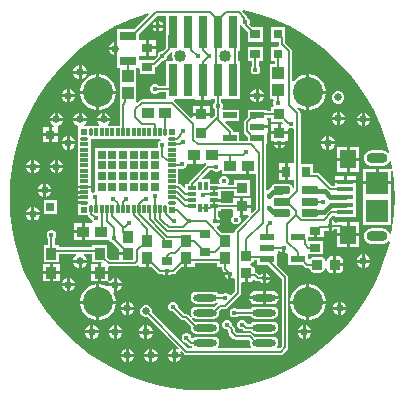
<source format=gtl>
G04*
G04 #@! TF.GenerationSoftware,Altium Limited,Altium Designer,23.3.1 (30)*
G04*
G04 Layer_Physical_Order=1*
G04 Layer_Color=255*
%FSLAX44Y44*%
%MOMM*%
G71*
G04*
G04 #@! TF.SameCoordinates,610A2BD2-EBF3-4158-A638-8146B1F39EFF*
G04*
G04*
G04 #@! TF.FilePolarity,Positive*
G04*
G01*
G75*
%ADD15C,0.1270*%
%ADD18R,0.7500X0.7500*%
G04:AMPARAMS|DCode=19|XSize=0.65mm|YSize=0.3mm|CornerRadius=0.075mm|HoleSize=0mm|Usage=FLASHONLY|Rotation=0.000|XOffset=0mm|YOffset=0mm|HoleType=Round|Shape=RoundedRectangle|*
%AMROUNDEDRECTD19*
21,1,0.6500,0.1500,0,0,0.0*
21,1,0.5000,0.3000,0,0,0.0*
1,1,0.1500,0.2500,-0.0750*
1,1,0.1500,-0.2500,-0.0750*
1,1,0.1500,-0.2500,0.0750*
1,1,0.1500,0.2500,0.0750*
%
%ADD19ROUNDEDRECTD19*%
%ADD20R,0.6500X0.3000*%
%ADD21R,0.5750X0.5750*%
G04:AMPARAMS|DCode=22|XSize=0.65mm|YSize=0.3mm|CornerRadius=0.075mm|HoleSize=0mm|Usage=FLASHONLY|Rotation=90.000|XOffset=0mm|YOffset=0mm|HoleType=Round|Shape=RoundedRectangle|*
%AMROUNDEDRECTD22*
21,1,0.6500,0.1500,0,0,90.0*
21,1,0.5000,0.3000,0,0,90.0*
1,1,0.1500,0.0750,0.2500*
1,1,0.1500,0.0750,-0.2500*
1,1,0.1500,-0.0750,-0.2500*
1,1,0.1500,-0.0750,0.2500*
%
%ADD22ROUNDEDRECTD22*%
%ADD23R,0.3000X0.6500*%
%ADD24R,0.7400X2.7900*%
%ADD25O,2.0000X0.6000*%
%ADD26R,0.9300X0.7900*%
%ADD27R,1.0200X1.0400*%
%ADD28R,1.4478X0.7620*%
%ADD29R,0.8000X0.8000*%
%ADD30R,0.9000X0.6500*%
%ADD31R,1.0400X0.9700*%
G04:AMPARAMS|DCode=32|XSize=0.93mm|YSize=0.93mm|CornerRadius=0.2325mm|HoleSize=0mm|Usage=FLASHONLY|Rotation=180.000|XOffset=0mm|YOffset=0mm|HoleType=Round|Shape=RoundedRectangle|*
%AMROUNDEDRECTD32*
21,1,0.9300,0.4650,0,0,180.0*
21,1,0.4650,0.9300,0,0,180.0*
1,1,0.4650,-0.2325,0.2325*
1,1,0.4650,0.2325,0.2325*
1,1,0.4650,0.2325,-0.2325*
1,1,0.4650,-0.2325,-0.2325*
%
%ADD32ROUNDEDRECTD32*%
G04:AMPARAMS|DCode=33|XSize=0.93mm|YSize=0.93mm|CornerRadius=0.2325mm|HoleSize=0mm|Usage=FLASHONLY|Rotation=90.000|XOffset=0mm|YOffset=0mm|HoleType=Round|Shape=RoundedRectangle|*
%AMROUNDEDRECTD33*
21,1,0.9300,0.4650,0,0,90.0*
21,1,0.4650,0.9300,0,0,90.0*
1,1,0.4650,0.2325,0.2325*
1,1,0.4650,0.2325,-0.2325*
1,1,0.4650,-0.2325,-0.2325*
1,1,0.4650,-0.2325,0.2325*
%
%ADD33ROUNDEDRECTD33*%
%ADD34R,0.9700X0.9200*%
%ADD35R,1.2600X0.5800*%
%ADD36R,1.2700X0.5588*%
%ADD37R,0.7000X0.3000*%
%ADD38R,0.3000X0.7000*%
%ADD39R,0.9700X1.0400*%
%ADD40R,0.9000X1.0000*%
%ADD41R,1.9000X1.9000*%
%ADD42R,1.4000X1.6000*%
%ADD43R,1.3500X0.4000*%
%ADD44R,0.7900X0.9300*%
G04:AMPARAMS|DCode=45|XSize=1.36mm|YSize=0.6mm|CornerRadius=0.045mm|HoleSize=0mm|Usage=FLASHONLY|Rotation=180.000|XOffset=0mm|YOffset=0mm|HoleType=Round|Shape=RoundedRectangle|*
%AMROUNDEDRECTD45*
21,1,1.3600,0.5100,0,0,180.0*
21,1,1.2700,0.6000,0,0,180.0*
1,1,0.0900,-0.6350,0.2550*
1,1,0.0900,0.6350,0.2550*
1,1,0.0900,0.6350,-0.2550*
1,1,0.0900,-0.6350,-0.2550*
%
%ADD45ROUNDEDRECTD45*%
%ADD78C,0.3810*%
%ADD79C,1.0200*%
%ADD80O,1.8000X0.9000*%
%ADD81C,0.5000*%
%ADD82C,0.4064*%
%ADD83C,0.6350*%
%ADD84C,2.5400*%
G36*
X291432Y411926D02*
X303755Y408451D01*
X315768Y404019D01*
X327396Y398658D01*
X338567Y392402D01*
X349213Y385289D01*
X359268Y377362D01*
X368671Y368671D01*
X377362Y359268D01*
X385289Y349213D01*
X392402Y338567D01*
X398658Y327396D01*
X404019Y315768D01*
X408451Y303755D01*
X411690Y292271D01*
X410602Y291682D01*
X410538Y291674D01*
X409194Y292706D01*
X407605Y293364D01*
X405900Y293588D01*
X396900D01*
X395195Y293364D01*
X393606Y292706D01*
X392241Y291659D01*
X391194Y290294D01*
X390536Y288705D01*
X390312Y287000D01*
X390536Y285295D01*
X391194Y283706D01*
X392241Y282341D01*
X393606Y281294D01*
X395195Y280636D01*
X396900Y280412D01*
X405900D01*
X407605Y280636D01*
X409194Y281294D01*
X410559Y282341D01*
X411606Y283706D01*
X411986Y284623D01*
X413306Y284493D01*
X414424Y278874D01*
X414448Y278673D01*
X413244Y278040D01*
X402670D01*
Y267270D01*
X413440D01*
Y276384D01*
X414710Y276459D01*
X415929Y266159D01*
X416432Y253365D01*
X415929Y240571D01*
X414424Y227856D01*
X413456Y222987D01*
X413133Y222911D01*
X412156Y222965D01*
X411606Y224294D01*
X410559Y225659D01*
X409194Y226706D01*
X407605Y227364D01*
X405900Y227588D01*
X396900D01*
X395195Y227364D01*
X393606Y226706D01*
X392241Y225659D01*
X391194Y224294D01*
X390536Y222705D01*
X390312Y221000D01*
X390536Y219295D01*
X391194Y217706D01*
X392241Y216341D01*
X393606Y215294D01*
X395195Y214636D01*
X396900Y214412D01*
X405900D01*
X407605Y214636D01*
X409194Y215294D01*
X410559Y216341D01*
X410937Y216834D01*
X412125Y216296D01*
X411926Y215298D01*
X408451Y202975D01*
X404019Y190962D01*
X398658Y179334D01*
X392402Y168163D01*
X385289Y157517D01*
X377362Y147462D01*
X368671Y138059D01*
X359268Y129368D01*
X349213Y121441D01*
X338567Y114328D01*
X327396Y108071D01*
X315768Y102711D01*
X303755Y98279D01*
X291432Y94804D01*
X278874Y92306D01*
X266159Y90801D01*
X253365Y90298D01*
X240571Y90801D01*
X227856Y92306D01*
X215298Y94804D01*
X202975Y98279D01*
X190962Y102711D01*
X179334Y108071D01*
X168163Y114328D01*
X157517Y121441D01*
X147462Y129368D01*
X138059Y138059D01*
X129368Y147462D01*
X121441Y157517D01*
X114328Y168163D01*
X108071Y179334D01*
X102711Y190962D01*
X98279Y202975D01*
X94804Y215298D01*
X92306Y227856D01*
X90801Y240571D01*
X90298Y253365D01*
X90801Y266159D01*
X92306Y278874D01*
X94804Y291432D01*
X98279Y303755D01*
X102711Y315768D01*
X108071Y327396D01*
X114328Y338567D01*
X121441Y349213D01*
X129368Y359268D01*
X138059Y368671D01*
X147462Y377362D01*
X157517Y385289D01*
X168163Y392402D01*
X179334Y398658D01*
X190962Y404019D01*
X202975Y408451D01*
X207743Y409795D01*
X208385Y408700D01*
X195925Y396240D01*
X181229D01*
Y385644D01*
X181178Y385610D01*
Y379806D01*
Y374002D01*
X181229Y373968D01*
Y363220D01*
X183368D01*
Y349368D01*
X183368D01*
Y349132D01*
X183368D01*
Y334668D01*
X183368Y334668D01*
X183368D01*
X183657Y333433D01*
X183651Y333398D01*
X183451Y332390D01*
Y314062D01*
X173972D01*
X173491Y315332D01*
X174758Y316600D01*
X175573Y318567D01*
X164254D01*
X165068Y316600D01*
X166336Y315332D01*
X165855Y314062D01*
X160194D01*
X159920Y314116D01*
X158420D01*
X158121Y314057D01*
X153970D01*
X153496Y315327D01*
X154768Y316600D01*
X155583Y318567D01*
X144264D01*
X145079Y316600D01*
X146686Y314992D01*
X147389Y314701D01*
X148393Y314057D01*
X148393Y313015D01*
Y304329D01*
X148334Y304030D01*
Y302530D01*
X148388Y302256D01*
Y295248D01*
Y286248D01*
Y277248D01*
Y266820D01*
X147880D01*
Y264050D01*
X148387D01*
Y263748D01*
X158953D01*
Y264050D01*
X159460D01*
Y266820D01*
X158952D01*
Y272748D01*
Y281748D01*
Y290748D01*
Y302256D01*
X159007Y302530D01*
Y303444D01*
X159920D01*
X160194Y303498D01*
X217959D01*
X218211Y302228D01*
X217408Y301895D01*
X216265Y300752D01*
X215646Y299258D01*
Y297642D01*
X215981Y296832D01*
X215191Y295562D01*
X162388D01*
Y283998D01*
Y274998D01*
Y265998D01*
Y258064D01*
X161752D01*
X160730Y257641D01*
X160531Y257669D01*
X159594Y258227D01*
X159460Y258385D01*
Y261510D01*
X147880D01*
Y259550D01*
X153670D01*
Y257010D01*
X147880D01*
Y255050D01*
X153670D01*
Y252510D01*
X147880D01*
Y250550D01*
X153670D01*
Y248318D01*
X148392D01*
Y248010D01*
X147919D01*
X148071Y247246D01*
X148393Y246764D01*
Y238503D01*
X156967D01*
X156991Y238385D01*
X157580Y237502D01*
X159407Y235676D01*
Y235412D01*
X160026Y233918D01*
X160494Y233450D01*
X159967Y232180D01*
X154030D01*
Y224790D01*
Y217400D01*
X160500D01*
Y217908D01*
X174512D01*
X175137Y217202D01*
X175194Y217120D01*
X175194Y217120D01*
X176480Y215834D01*
X177829Y215275D01*
X183110Y209994D01*
Y207370D01*
X190500D01*
Y204830D01*
X183110D01*
Y200952D01*
X175236D01*
X173082Y203107D01*
Y213152D01*
X160018D01*
Y211379D01*
X132082D01*
Y213152D01*
X128449D01*
Y219222D01*
X129175Y219948D01*
X129794Y221442D01*
Y223058D01*
X129175Y224552D01*
X128032Y225695D01*
X126538Y226314D01*
X124922D01*
X123428Y225695D01*
X122285Y224552D01*
X121666Y223058D01*
Y221442D01*
X122285Y219948D01*
X123011Y219222D01*
Y213152D01*
X119018D01*
Y199088D01*
X132082D01*
Y205941D01*
X146259D01*
X146586Y205026D01*
X146614Y204671D01*
X145079Y203135D01*
X144264Y201168D01*
X155583D01*
X154768Y203135D01*
X153233Y204671D01*
X153261Y205026D01*
X153588Y205941D01*
X160018D01*
Y199088D01*
X168395D01*
X168500Y198930D01*
X167822Y197660D01*
X167820D01*
Y191390D01*
X173590D01*
Y195087D01*
X174110Y195514D01*
X174110Y195514D01*
X196455D01*
X197495Y195721D01*
X198350Y196292D01*
X198905Y196189D01*
X199620Y195893D01*
Y194550D01*
X205740D01*
Y202290D01*
X208280D01*
Y194550D01*
X210904D01*
X215607Y189847D01*
X216489Y189258D01*
X217530Y189051D01*
X219774D01*
X220930Y187894D01*
X222250Y187347D01*
Y191770D01*
X224790D01*
Y187347D01*
X226110Y187894D01*
X227267Y189051D01*
X228917D01*
X229958Y189258D01*
X230840Y189847D01*
X235644Y194651D01*
X238268D01*
Y202391D01*
X240808D01*
Y194651D01*
X246928D01*
Y197941D01*
X265660D01*
Y194550D01*
X270331D01*
Y193040D01*
X270538Y191999D01*
X271127Y191117D01*
X271744Y190500D01*
X276860D01*
Y189230D01*
X278130D01*
Y184807D01*
X279450Y185354D01*
X279524Y185428D01*
X280794Y184902D01*
Y173854D01*
X277789Y170849D01*
X276543Y171097D01*
X276495Y171212D01*
X275352Y172355D01*
X273858Y172974D01*
X272242D01*
X270748Y172355D01*
X270022Y171629D01*
X266905D01*
X266298Y172538D01*
X264633Y173650D01*
X262670Y174041D01*
X248670D01*
X246707Y173650D01*
X245042Y172538D01*
X243930Y170873D01*
X243539Y168910D01*
X243930Y166947D01*
X245042Y165282D01*
X246707Y164170D01*
X248670Y163779D01*
X262670D01*
X264633Y164170D01*
X265845Y164980D01*
X266576Y163962D01*
X263742Y161127D01*
X262670Y161341D01*
X248670D01*
X246707Y160950D01*
X245042Y159838D01*
X243930Y158173D01*
X243539Y156210D01*
X243930Y154247D01*
X244645Y153177D01*
X243658Y152367D01*
X241707Y154319D01*
X240824Y154909D01*
X239784Y155115D01*
X238620D01*
X232664Y161072D01*
Y162098D01*
X232045Y163592D01*
X230902Y164735D01*
X229408Y165354D01*
X227792D01*
X226298Y164735D01*
X225155Y163592D01*
X224536Y162098D01*
Y160482D01*
X225155Y158988D01*
X226298Y157845D01*
X227792Y157226D01*
X228818D01*
X235571Y150473D01*
X236453Y149884D01*
X237494Y149677D01*
X238657D01*
X243753Y144582D01*
X243539Y143510D01*
X243930Y141547D01*
X245042Y139882D01*
X246707Y138770D01*
X248670Y138379D01*
X262670D01*
X264633Y138770D01*
X266298Y139882D01*
X267410Y141547D01*
X267801Y143510D01*
X267410Y145473D01*
X266298Y147138D01*
X264633Y148250D01*
X262670Y148641D01*
X248670D01*
X247598Y148427D01*
X244827Y151198D01*
X245637Y152185D01*
X246707Y151470D01*
X248670Y151079D01*
X262670D01*
X264633Y151470D01*
X266298Y152582D01*
X267410Y154247D01*
X267801Y156210D01*
X267587Y157282D01*
X269626Y159320D01*
X272825D01*
X273865Y159527D01*
X274748Y160117D01*
X285436Y170805D01*
X286025Y171687D01*
X286232Y172728D01*
Y181281D01*
X287502Y182264D01*
X288505Y182065D01*
X289560D01*
Y189350D01*
X292100D01*
Y182065D01*
X293155D01*
X295053Y182442D01*
X296662Y183517D01*
X296756Y183657D01*
X298020Y183782D01*
X298304Y183497D01*
X299186Y182908D01*
X300227Y182701D01*
X302323D01*
X303480Y181544D01*
X304800Y180997D01*
Y185420D01*
Y189843D01*
X303480Y189296D01*
X302323Y188139D01*
X301353D01*
X299910Y189583D01*
X299028Y190172D01*
X298115Y190354D01*
Y191675D01*
X297738Y193573D01*
X296662Y195182D01*
X295053Y196258D01*
X294029Y196462D01*
Y197756D01*
X294855Y197921D01*
X296296Y198884D01*
X297259Y200325D01*
X297366Y200862D01*
X299974D01*
Y196596D01*
X309336D01*
X320897Y185035D01*
Y127893D01*
X318914Y125909D01*
X316679D01*
X316294Y127179D01*
X316298Y127182D01*
X317410Y128847D01*
X317801Y130810D01*
X317410Y132773D01*
X316298Y134438D01*
X314633Y135550D01*
X312670Y135941D01*
X298670D01*
X297598Y135727D01*
X295328Y137998D01*
X294445Y138588D01*
X293405Y138794D01*
X282881D01*
X281024Y140652D01*
Y142065D01*
X281024Y142065D01*
X280817Y143106D01*
X280228Y143988D01*
X280227Y143988D01*
X278384Y145832D01*
Y146858D01*
X277765Y148352D01*
X276622Y149495D01*
X275128Y150114D01*
X273512D01*
X272018Y149495D01*
X270875Y148352D01*
X270256Y146858D01*
Y145242D01*
X270875Y143748D01*
X272018Y142605D01*
X273512Y141986D01*
X274538D01*
X275585Y140939D01*
Y139525D01*
X275792Y138485D01*
X276382Y137603D01*
X279832Y134152D01*
X279832Y134152D01*
X280714Y133563D01*
X281755Y133356D01*
X281755Y133356D01*
X292278D01*
X293753Y131882D01*
X293539Y130810D01*
X293930Y128847D01*
X295042Y127182D01*
X295047Y127179D01*
X294661Y125909D01*
X266679D01*
X266294Y127179D01*
X266298Y127182D01*
X267410Y128847D01*
X267801Y130810D01*
X267410Y132773D01*
X266298Y134438D01*
X264633Y135550D01*
X262670Y135941D01*
X248670D01*
X246707Y135550D01*
X245364Y134653D01*
X244285Y135059D01*
X244094Y135216D01*
Y135428D01*
X243475Y136922D01*
X242332Y138065D01*
X240838Y138684D01*
X239222D01*
X237728Y138065D01*
X236585Y136922D01*
X235966Y135428D01*
Y133812D01*
X236585Y132318D01*
X237728Y131175D01*
X239222Y130556D01*
X240248D01*
X241917Y128887D01*
X242799Y128298D01*
X243840Y128091D01*
X244277D01*
X245010Y127059D01*
X244661Y125909D01*
X241156D01*
X210852Y156214D01*
X210947Y156444D01*
Y158516D01*
X210154Y160429D01*
X208689Y161894D01*
X206776Y162687D01*
X204704D01*
X202791Y161894D01*
X201326Y160429D01*
X200533Y158516D01*
Y156444D01*
X201326Y154530D01*
X202791Y153066D01*
X204704Y152273D01*
X206776D01*
X207006Y152368D01*
X233284Y126090D01*
X232565Y125014D01*
X231153Y125599D01*
Y121209D01*
X235543D01*
X234958Y122621D01*
X236034Y123340D01*
X238107Y121267D01*
X238989Y120678D01*
X240030Y120471D01*
X320040D01*
X321081Y120678D01*
X321963Y121267D01*
X325539Y124844D01*
X326129Y125726D01*
X326336Y126767D01*
X326336Y126767D01*
Y186161D01*
X326129Y187202D01*
X325539Y188084D01*
X316738Y196886D01*
Y205486D01*
X317246D01*
Y208101D01*
X318834D01*
X319990Y206944D01*
X321310Y206397D01*
Y210820D01*
X323850D01*
Y206397D01*
X324845Y206809D01*
X325835Y206034D01*
X325882Y205969D01*
Y196596D01*
X338800D01*
X340469Y194927D01*
X340469Y194927D01*
X341351Y194338D01*
X342392Y194131D01*
X343951D01*
X344211Y192825D01*
X345174Y191384D01*
X346615Y190421D01*
X348315Y190083D01*
X352965D01*
X354665Y190421D01*
X356106Y191384D01*
X357069Y192825D01*
X357234Y193651D01*
X358529D01*
X358732Y192627D01*
X359808Y191018D01*
X361417Y189942D01*
X363315Y189565D01*
X364370D01*
Y196850D01*
Y204135D01*
X363315D01*
X361417Y203758D01*
X359808Y202682D01*
X358732Y201073D01*
X358529Y200049D01*
X357234D01*
X357069Y200875D01*
X356106Y202316D01*
X354665Y203279D01*
X352965Y203617D01*
X348315D01*
X346615Y203279D01*
X345174Y202316D01*
X344698Y201604D01*
X343108Y201246D01*
X343059Y201263D01*
X342646Y201569D01*
Y204668D01*
X342718Y205908D01*
X343775Y205908D01*
X355782D01*
Y216472D01*
X342718D01*
X342698Y217734D01*
Y218059D01*
X342646Y218322D01*
Y219900D01*
X347980D01*
Y225690D01*
X350520D01*
Y219900D01*
X356290D01*
Y225586D01*
X359629D01*
X360113Y225682D01*
X360680Y225447D01*
Y229870D01*
Y235429D01*
X360612Y235615D01*
X363277Y238281D01*
X365868D01*
Y236968D01*
X383432D01*
Y243468D01*
Y249968D01*
Y262460D01*
X383940D01*
Y265730D01*
X374650D01*
X365360D01*
Y263219D01*
X363059D01*
X352780Y273498D01*
X351898Y274087D01*
X350858Y274294D01*
X346922D01*
Y282272D01*
X336729D01*
Y325120D01*
X336729Y325120D01*
X336522Y326161D01*
X335933Y327043D01*
X333956Y329020D01*
X334765Y330006D01*
X335681Y329394D01*
X338455Y328246D01*
X341399Y327660D01*
X341630D01*
Y342900D01*
Y358140D01*
X341399D01*
X338455Y357554D01*
X335681Y356405D01*
X333185Y354738D01*
X331062Y352615D01*
X330737Y352128D01*
X329522Y352497D01*
Y377759D01*
X329522Y377759D01*
X329315Y378800D01*
X328725Y379682D01*
X328725Y379682D01*
X323584Y384823D01*
Y388425D01*
X323532Y388688D01*
Y397822D01*
X311468D01*
Y385758D01*
X318146D01*
Y383697D01*
X318353Y382656D01*
X318396Y382592D01*
X317717Y381322D01*
X311468D01*
Y369258D01*
X314781D01*
Y366372D01*
X310368D01*
Y351908D01*
X310368D01*
Y351672D01*
X310368D01*
Y337208D01*
X313156D01*
X313415Y336950D01*
X313900Y335938D01*
X313436Y334818D01*
Y333202D01*
X313983Y331882D01*
X313491Y330612D01*
X311888D01*
Y326699D01*
X308372D01*
Y328122D01*
X291708D01*
Y322175D01*
X289150Y319618D01*
X288561Y318735D01*
X288354Y317695D01*
Y309685D01*
X288561Y308645D01*
X289150Y307763D01*
X290712Y306200D01*
X290713Y306200D01*
X290928Y306056D01*
X291708Y305276D01*
Y301342D01*
X284872D01*
Y309122D01*
X279259D01*
Y309408D01*
X279052Y310448D01*
X278463Y311330D01*
X272708Y317085D01*
X273195Y318258D01*
X284872D01*
Y328122D01*
X270895D01*
X270576Y328567D01*
X270238Y329392D01*
X270764Y330662D01*
Y332278D01*
X270145Y333772D01*
X269419Y334498D01*
Y337048D01*
X272432D01*
Y337048D01*
X273668D01*
Y337048D01*
X285132D01*
Y369012D01*
X283536D01*
Y377748D01*
X285132D01*
Y399594D01*
X286402Y400001D01*
X287258Y399145D01*
X287440Y399069D01*
X287582Y398355D01*
X288172Y397473D01*
X291768Y393876D01*
Y385758D01*
X305132D01*
Y397722D01*
X295614D01*
X293018Y400318D01*
X293624Y401782D01*
Y403398D01*
X293005Y404892D01*
X291862Y406035D01*
X291624Y406134D01*
X291538Y406567D01*
X290948Y407449D01*
X286856Y411542D01*
X287481Y412712D01*
X291432Y411926D01*
D02*
G37*
G36*
X222868Y390928D02*
X222816Y390665D01*
Y380331D01*
X219928Y377444D01*
X218902D01*
X217408Y376825D01*
X216265Y375682D01*
X215646Y374188D01*
Y373162D01*
X212376Y369892D01*
X200328D01*
X199771Y370931D01*
Y372570D01*
X199820Y373820D01*
X201041Y373820D01*
X205740D01*
Y380310D01*
Y386800D01*
X199820Y386800D01*
X199771Y388050D01*
Y392394D01*
X215004Y407628D01*
X222868D01*
Y390928D01*
D02*
G37*
G36*
X227244Y376837D02*
X227435Y376710D01*
X228143Y375530D01*
X227818Y374319D01*
Y372441D01*
X228304Y370627D01*
X228601Y370112D01*
X227966Y369012D01*
X222868D01*
Y348159D01*
X216388D01*
X215662Y348885D01*
X214168Y349504D01*
X212552D01*
X211058Y348885D01*
X209915Y347742D01*
X209296Y346248D01*
Y344632D01*
X209915Y343138D01*
X211058Y341995D01*
X212552Y341376D01*
X214168D01*
X215662Y341995D01*
X216388Y342721D01*
X222868D01*
Y337048D01*
X221730Y336729D01*
X202438D01*
X202438Y336729D01*
X201398Y336522D01*
X200515Y335933D01*
X200515Y335933D01*
X198655Y334073D01*
X197632Y334845D01*
Y349132D01*
X197632D01*
Y349368D01*
X197632D01*
Y363220D01*
X199771D01*
X200328Y362181D01*
Y357928D01*
X213692D01*
Y363945D01*
X213862Y363979D01*
X214744Y364568D01*
X219492Y369316D01*
X220518D01*
X222012Y369935D01*
X223155Y371078D01*
X223774Y372572D01*
Y373598D01*
X227021Y376846D01*
X227244Y376837D01*
D02*
G37*
G36*
X255270Y336540D02*
X260240D01*
Y336540D01*
X260968Y337048D01*
X263981D01*
Y334498D01*
X263255Y333772D01*
X262636Y332278D01*
Y330662D01*
X263255Y329168D01*
X263981Y328442D01*
Y323326D01*
X261293Y320639D01*
X260120Y321125D01*
Y322710D01*
X252730D01*
X245340D01*
Y321564D01*
X244167Y321078D01*
X229467Y335778D01*
X229576Y336409D01*
X229929Y337048D01*
X234332D01*
Y337048D01*
X235568D01*
Y337048D01*
X246700D01*
X247760Y336540D01*
Y336540D01*
X247760Y336540D01*
X252730D01*
Y353030D01*
X255270D01*
Y336540D01*
D02*
G37*
G36*
X248010Y282170D02*
X254480D01*
Y282678D01*
X256448D01*
X256833Y281408D01*
X256705Y281323D01*
X242577Y267194D01*
X241988Y266312D01*
X241781Y265272D01*
Y265032D01*
X238968D01*
Y262554D01*
X237795Y262067D01*
X235159Y264703D01*
X234277Y265292D01*
X233237Y265499D01*
X232952D01*
Y278061D01*
X234304D01*
X234751Y278150D01*
X235412Y277876D01*
X237028D01*
X238522Y278495D01*
X239665Y279638D01*
X240284Y281132D01*
Y282170D01*
X245470D01*
Y289560D01*
X248010D01*
Y282170D01*
D02*
G37*
G36*
X293010Y273280D02*
X298779D01*
Y243803D01*
X295583Y240607D01*
X294410Y241093D01*
Y244980D01*
X288290D01*
Y239110D01*
X292427D01*
X292913Y237937D01*
X281590Y226614D01*
X281001Y225732D01*
X280839Y224918D01*
X279932Y224042D01*
X270014D01*
X265955Y228100D01*
X266253Y229598D01*
X266750Y229804D01*
X268036Y231090D01*
X268583Y232410D01*
X264160D01*
Y234950D01*
X268583D01*
X268036Y236270D01*
X266879Y237426D01*
Y242460D01*
X269540D01*
Y243781D01*
X278732D01*
X279630Y242883D01*
X279630Y239110D01*
X279243Y238000D01*
X278495Y237252D01*
X277876Y235758D01*
Y234142D01*
X278495Y232648D01*
X279638Y231505D01*
X281132Y230886D01*
X282748D01*
X284242Y231505D01*
X285385Y232648D01*
X286004Y234142D01*
Y235758D01*
X285385Y237252D01*
X284797Y237840D01*
X285323Y239110D01*
X285750D01*
Y246250D01*
Y253390D01*
X279630D01*
Y249219D01*
X269540D01*
Y250230D01*
X263500D01*
Y252770D01*
X269540D01*
Y255540D01*
X269032D01*
Y258781D01*
X280138D01*
Y255118D01*
X293902D01*
Y268382D01*
X280138D01*
Y264219D01*
X275573D01*
X275047Y265489D01*
X275225Y265668D01*
X275844Y267162D01*
Y268778D01*
X275225Y270272D01*
X274082Y271415D01*
X272588Y272034D01*
X270972D01*
X269478Y271415D01*
X268335Y270272D01*
X267716Y268778D01*
Y267162D01*
X268072Y266302D01*
X267311Y265032D01*
X260032D01*
Y269032D01*
X253765D01*
X253279Y270205D01*
X259755Y276681D01*
X262402D01*
X263128Y275955D01*
X264622Y275336D01*
X266238D01*
X267732Y275955D01*
X268718Y276941D01*
X269460Y276811D01*
X269988Y276551D01*
Y273788D01*
X284000D01*
Y273280D01*
X290470D01*
Y280670D01*
X293010D01*
Y273280D01*
D02*
G37*
G36*
X311888Y317348D02*
X321256D01*
X321602Y316890D01*
X320970Y315620D01*
X320040D01*
Y309750D01*
X326160D01*
Y311604D01*
X327430Y312453D01*
X328122Y312166D01*
X329738D01*
X330021Y312283D01*
X331291Y311434D01*
Y283942D01*
X331030Y282780D01*
X330021Y282780D01*
X325810D01*
Y275590D01*
Y268400D01*
X331030Y268400D01*
X331291Y267238D01*
Y261554D01*
X331141Y261454D01*
X329871Y262132D01*
Y262240D01*
X329678Y263208D01*
X329129Y264029D01*
X328308Y264578D01*
X327340Y264771D01*
X314640D01*
X313672Y264578D01*
X312851Y264029D01*
X312302Y263208D01*
X312138Y262383D01*
X311738Y262304D01*
X310435Y261433D01*
X308789Y259787D01*
X307519Y260313D01*
Y299258D01*
X308372D01*
Y308250D01*
X308880D01*
Y312420D01*
X300040D01*
Y314960D01*
X308880D01*
Y319130D01*
X308372D01*
Y321261D01*
X311888D01*
Y317348D01*
D02*
G37*
%LPC*%
G36*
X178638Y385466D02*
X176671Y384651D01*
X175063Y383044D01*
X174248Y381076D01*
X178638D01*
Y385466D01*
D02*
G37*
G36*
Y378536D02*
X174248D01*
X175063Y376569D01*
X176671Y374961D01*
X178638Y374146D01*
Y378536D01*
D02*
G37*
G36*
X151194Y365476D02*
Y361086D01*
X155583D01*
X154768Y363054D01*
X153161Y364661D01*
X151194Y365476D01*
D02*
G37*
G36*
X148653D02*
X146686Y364661D01*
X145079Y363054D01*
X144264Y361086D01*
X148653D01*
Y365476D01*
D02*
G37*
G36*
X305132Y381322D02*
X291768D01*
Y369358D01*
X295731D01*
Y364978D01*
X295005Y364252D01*
X294386Y362758D01*
Y361142D01*
X295005Y359648D01*
X296148Y358505D01*
X297642Y357886D01*
X299258D01*
X300752Y358505D01*
X301895Y359648D01*
X302514Y361142D01*
Y362758D01*
X301895Y364252D01*
X301169Y364978D01*
Y369358D01*
X305132D01*
Y381322D01*
D02*
G37*
G36*
X155583Y358546D02*
X151194D01*
Y354157D01*
X153161Y354972D01*
X154768Y356579D01*
X155583Y358546D01*
D02*
G37*
G36*
X148653D02*
X144264D01*
X145079Y356579D01*
X146686Y354972D01*
X148653Y354157D01*
Y358546D01*
D02*
G37*
G36*
X344401Y358140D02*
X344170D01*
Y344170D01*
X358140D01*
Y344401D01*
X357554Y347345D01*
X356405Y350119D01*
X354738Y352615D01*
X352615Y354738D01*
X350119Y356405D01*
X347345Y357554D01*
X344401Y358140D01*
D02*
G37*
G36*
X166601D02*
X166370D01*
Y344170D01*
X180340D01*
Y344401D01*
X179754Y347345D01*
X178605Y350119D01*
X176938Y352615D01*
X174815Y354738D01*
X172319Y356405D01*
X169545Y357554D01*
X166601Y358140D01*
D02*
G37*
G36*
X163830D02*
X163599D01*
X160655Y357554D01*
X157881Y356405D01*
X155385Y354738D01*
X153262Y352615D01*
X151594Y350119D01*
X150446Y347345D01*
X149860Y344401D01*
Y344170D01*
X163830D01*
Y358140D01*
D02*
G37*
G36*
X301117Y345486D02*
Y341097D01*
X305507D01*
X304692Y343064D01*
X303084Y344672D01*
X301117Y345486D01*
D02*
G37*
G36*
X298577D02*
X296610Y344672D01*
X295002Y343064D01*
X294187Y341097D01*
X298577D01*
Y345486D01*
D02*
G37*
G36*
X141199D02*
Y341097D01*
X145588D01*
X144774Y343064D01*
X143166Y344672D01*
X141199Y345486D01*
D02*
G37*
G36*
X138659D02*
X136691Y344672D01*
X135084Y343064D01*
X134269Y341097D01*
X138659D01*
Y345486D01*
D02*
G37*
G36*
X305507Y338557D02*
X301117D01*
Y334167D01*
X303084Y334982D01*
X304692Y336589D01*
X305507Y338557D01*
D02*
G37*
G36*
X298577D02*
X294187D01*
X295002Y336589D01*
X296610Y334982D01*
X298577Y334167D01*
Y338557D01*
D02*
G37*
G36*
X145588D02*
X141199D01*
Y334167D01*
X143166Y334982D01*
X144774Y336589D01*
X145588Y338557D01*
D02*
G37*
G36*
X138659D02*
X134269D01*
X135084Y336589D01*
X136691Y334982D01*
X138659Y334167D01*
Y338557D01*
D02*
G37*
G36*
X369571Y343600D02*
X367499D01*
X365586Y342807D01*
X364121Y341342D01*
X363328Y339428D01*
Y337357D01*
X364121Y335443D01*
X365586Y333979D01*
X367499Y333186D01*
X369571D01*
X371485Y333979D01*
X372949Y335443D01*
X373742Y337357D01*
Y339428D01*
X372949Y341342D01*
X371485Y342807D01*
X369571Y343600D01*
D02*
G37*
G36*
X358140Y341630D02*
X344170D01*
Y327660D01*
X344401D01*
X347345Y328246D01*
X350119Y329394D01*
X352615Y331062D01*
X354738Y333185D01*
X356405Y335681D01*
X357554Y338455D01*
X358140Y341399D01*
Y341630D01*
D02*
G37*
G36*
X180340D02*
X166370D01*
Y327660D01*
X166601D01*
X169545Y328246D01*
X172319Y329394D01*
X174815Y331062D01*
X176938Y333185D01*
X178605Y335681D01*
X179754Y338455D01*
X180340Y341399D01*
Y341630D01*
D02*
G37*
G36*
X163830D02*
X149860D01*
Y341399D01*
X150446Y338455D01*
X151594Y335681D01*
X153262Y333185D01*
X155385Y331062D01*
X157881Y329394D01*
X160655Y328246D01*
X163599Y327660D01*
X163830D01*
Y341630D01*
D02*
G37*
G36*
X369805Y326273D02*
Y321883D01*
X374195D01*
X373380Y323850D01*
X371772Y325458D01*
X369805Y326273D01*
D02*
G37*
G36*
X367265D02*
X365298Y325458D01*
X363690Y323850D01*
X362875Y321883D01*
X367265D01*
Y326273D01*
D02*
G37*
G36*
X391071Y325497D02*
Y321107D01*
X395461D01*
X394646Y323074D01*
X393038Y324682D01*
X391071Y325497D01*
D02*
G37*
G36*
X388531D02*
X386564Y324682D01*
X384956Y323074D01*
X384141Y321107D01*
X388531D01*
Y325497D01*
D02*
G37*
G36*
X171183D02*
Y321107D01*
X175573D01*
X174758Y323074D01*
X173151Y324682D01*
X171183Y325497D01*
D02*
G37*
G36*
X168643D02*
X166676Y324682D01*
X165068Y323074D01*
X164254Y321107D01*
X168643D01*
Y325497D01*
D02*
G37*
G36*
X151194D02*
Y321107D01*
X155583D01*
X154768Y323074D01*
X153161Y324682D01*
X151194Y325497D01*
D02*
G37*
G36*
X148653D02*
X146686Y324682D01*
X145079Y323074D01*
X144264Y321107D01*
X148653D01*
Y325497D01*
D02*
G37*
G36*
X131204D02*
Y321107D01*
X135594D01*
X134779Y323074D01*
X133171Y324682D01*
X131204Y325497D01*
D02*
G37*
G36*
X128664D02*
X126696Y324682D01*
X125089Y323074D01*
X124274Y321107D01*
X128664D01*
Y325497D01*
D02*
G37*
G36*
X374195Y319343D02*
X369805D01*
Y314953D01*
X371772Y315768D01*
X373380Y317375D01*
X374195Y319343D01*
D02*
G37*
G36*
X367265D02*
X362875D01*
X363690Y317375D01*
X365298Y315768D01*
X367265Y314953D01*
Y319343D01*
D02*
G37*
G36*
X395461Y318567D02*
X391071D01*
Y314177D01*
X393038Y314992D01*
X394646Y316600D01*
X395461Y318567D01*
D02*
G37*
G36*
X388531D02*
X384141D01*
X384956Y316600D01*
X386564Y314992D01*
X388531Y314177D01*
Y318567D01*
D02*
G37*
G36*
X135594D02*
X124274D01*
X125089Y316600D01*
X126696Y314992D01*
X128270Y314340D01*
X128018Y313070D01*
X126090D01*
Y308050D01*
X131110D01*
Y312868D01*
X131110Y313070D01*
X131354Y314239D01*
X133171Y314992D01*
X134779Y316600D01*
X135594Y318567D01*
D02*
G37*
G36*
X123550Y313070D02*
X118530D01*
Y308050D01*
X123550D01*
Y313070D01*
D02*
G37*
G36*
X361086Y305507D02*
Y301117D01*
X365476D01*
X364661Y303084D01*
X363054Y304692D01*
X361086Y305507D01*
D02*
G37*
G36*
X358546D02*
X356579Y304692D01*
X354972Y303084D01*
X354157Y301117D01*
X358546D01*
Y305507D01*
D02*
G37*
G36*
X141199D02*
Y301117D01*
X145588D01*
X144774Y303084D01*
X143166Y304692D01*
X141199Y305507D01*
D02*
G37*
G36*
X138659D02*
X136691Y304692D01*
X135084Y303084D01*
X134269Y301117D01*
X138659D01*
Y305507D01*
D02*
G37*
G36*
X131110Y305510D02*
X126090D01*
Y300490D01*
X131110D01*
Y305510D01*
D02*
G37*
G36*
X123550D02*
X118530D01*
Y300490D01*
X123550D01*
Y305510D01*
D02*
G37*
G36*
X365476Y298577D02*
X361086D01*
Y294187D01*
X363054Y295002D01*
X364661Y296610D01*
X365476Y298577D01*
D02*
G37*
G36*
X358546D02*
X354157D01*
X354972Y296610D01*
X356579Y295002D01*
X358546Y294187D01*
Y298577D01*
D02*
G37*
G36*
X145588D02*
X141199D01*
Y294187D01*
X143166Y295002D01*
X144774Y296610D01*
X145588Y298577D01*
D02*
G37*
G36*
X138659D02*
X134269D01*
X135084Y296610D01*
X136691Y295002D01*
X138659Y294187D01*
Y298577D01*
D02*
G37*
G36*
X386440Y296540D02*
X378170D01*
Y287270D01*
X386440D01*
Y296540D01*
D02*
G37*
G36*
X375630D02*
X367360D01*
Y287270D01*
X375630D01*
Y296540D01*
D02*
G37*
G36*
X131204Y285517D02*
Y281127D01*
X135594D01*
X134779Y283095D01*
X133171Y284702D01*
X131204Y285517D01*
D02*
G37*
G36*
X128664D02*
X126696Y284702D01*
X125089Y283095D01*
X124274Y281127D01*
X128664D01*
Y285517D01*
D02*
G37*
G36*
X111214D02*
Y281127D01*
X115604D01*
X114789Y283095D01*
X113181Y284702D01*
X111214Y285517D01*
D02*
G37*
G36*
X108674D02*
X106707Y284702D01*
X105099Y283095D01*
X104284Y281127D01*
X108674D01*
Y285517D01*
D02*
G37*
G36*
X386440Y284730D02*
X378170D01*
Y275460D01*
X386440D01*
Y284730D01*
D02*
G37*
G36*
X375630D02*
X367360D01*
Y275460D01*
X375630D01*
Y284730D01*
D02*
G37*
G36*
X135594Y278587D02*
X131204D01*
Y274197D01*
X133171Y275012D01*
X134779Y276620D01*
X135594Y278587D01*
D02*
G37*
G36*
X128664D02*
X124274D01*
X125089Y276620D01*
X126696Y275012D01*
X128664Y274197D01*
Y278587D01*
D02*
G37*
G36*
X115604D02*
X111214D01*
Y274197D01*
X113181Y275012D01*
X114789Y276620D01*
X115604Y278587D01*
D02*
G37*
G36*
X108674D02*
X104284D01*
X105099Y276620D01*
X106707Y275012D01*
X108674Y274197D01*
Y278587D01*
D02*
G37*
G36*
X383940Y271540D02*
X375920D01*
Y268270D01*
X383940D01*
Y271540D01*
D02*
G37*
G36*
X373380D02*
X365360D01*
Y268270D01*
X373380D01*
Y271540D01*
D02*
G37*
G36*
X400130Y278040D02*
X389360D01*
Y267270D01*
X400130D01*
Y278040D01*
D02*
G37*
G36*
X121209Y265527D02*
Y261137D01*
X125599D01*
X124784Y263105D01*
X123176Y264712D01*
X121209Y265527D01*
D02*
G37*
G36*
X118669D02*
X116701Y264712D01*
X115094Y263105D01*
X114279Y261137D01*
X118669D01*
Y265527D01*
D02*
G37*
G36*
X125599Y258597D02*
X121209D01*
Y254208D01*
X123176Y255023D01*
X124784Y256630D01*
X125599Y258597D01*
D02*
G37*
G36*
X118669D02*
X114279D01*
X115094Y256630D01*
X116701Y255023D01*
X118669Y254208D01*
Y258597D01*
D02*
G37*
G36*
X111214Y245537D02*
Y241148D01*
X115604D01*
X114789Y243115D01*
X113181Y244722D01*
X111214Y245537D01*
D02*
G37*
G36*
X108674D02*
X106707Y244722D01*
X105099Y243115D01*
X104284Y241148D01*
X108674D01*
Y245537D01*
D02*
G37*
G36*
X130602Y251562D02*
X119038D01*
Y239998D01*
X130602D01*
Y251562D01*
D02*
G37*
G36*
X115604Y238608D02*
X111214D01*
Y234218D01*
X113181Y235033D01*
X114789Y236640D01*
X115604Y238608D01*
D02*
G37*
G36*
X108674D02*
X104284D01*
X105099Y236640D01*
X106707Y235033D01*
X108674Y234218D01*
Y238608D01*
D02*
G37*
G36*
X413440Y264730D02*
X401400D01*
X389360D01*
Y254592D01*
X389360Y253960D01*
X389868Y252901D01*
Y252690D01*
Y230468D01*
X412932D01*
Y252901D01*
X413440Y253960D01*
X413440Y254592D01*
Y264730D01*
D02*
G37*
G36*
X151490Y232180D02*
X145020D01*
Y226060D01*
X151490D01*
Y232180D01*
D02*
G37*
G36*
X386440Y232540D02*
X378170D01*
Y223270D01*
X386440D01*
Y232540D01*
D02*
G37*
G36*
X363220Y234293D02*
Y229870D01*
Y225447D01*
X364540Y225994D01*
X365191Y226646D01*
X367360D01*
Y223270D01*
X375630D01*
Y232540D01*
X367360D01*
Y232084D01*
X365981D01*
X365826Y232460D01*
X364540Y233746D01*
X363220Y234293D01*
D02*
G37*
G36*
X151490Y223520D02*
X145020D01*
Y217400D01*
X151490D01*
Y223520D01*
D02*
G37*
G36*
X386440Y220730D02*
X378170D01*
Y211460D01*
X386440D01*
Y220730D01*
D02*
G37*
G36*
X375630D02*
X367360D01*
Y211460D01*
X375630D01*
Y220730D01*
D02*
G37*
G36*
X391071Y205558D02*
Y201168D01*
X395461D01*
X394646Y203135D01*
X393038Y204743D01*
X391071Y205558D01*
D02*
G37*
G36*
X388531D02*
X386564Y204743D01*
X384956Y203135D01*
X384141Y201168D01*
X388531D01*
Y205558D01*
D02*
G37*
G36*
X367965Y204135D02*
X366910D01*
Y198120D01*
X372925D01*
Y199175D01*
X372548Y201073D01*
X371473Y202682D01*
X369863Y203758D01*
X367965Y204135D01*
D02*
G37*
G36*
X395461Y198628D02*
X391071D01*
Y194238D01*
X393038Y195053D01*
X394646Y196661D01*
X395461Y198628D01*
D02*
G37*
G36*
X388531D02*
X384141D01*
X384956Y196661D01*
X386564Y195053D01*
X388531Y194238D01*
Y198628D01*
D02*
G37*
G36*
X155583D02*
X151194D01*
Y194238D01*
X153161Y195053D01*
X154768Y196661D01*
X155583Y198628D01*
D02*
G37*
G36*
X148653D02*
X144264D01*
X145079Y196661D01*
X146686Y195053D01*
X148653Y194238D01*
Y198628D01*
D02*
G37*
G36*
X165280Y197660D02*
X159510D01*
Y191390D01*
X165280D01*
Y197660D01*
D02*
G37*
G36*
X132590D02*
X126820D01*
Y191390D01*
X132590D01*
Y197660D01*
D02*
G37*
G36*
X124280D02*
X118510D01*
Y191390D01*
X124280D01*
Y197660D01*
D02*
G37*
G36*
X372925Y195580D02*
X366910D01*
Y189565D01*
X367965D01*
X369863Y189942D01*
X371473Y191018D01*
X372548Y192627D01*
X372925Y194525D01*
Y195580D01*
D02*
G37*
G36*
X307340Y189843D02*
Y186690D01*
X310493D01*
X309946Y188010D01*
X308660Y189296D01*
X307340Y189843D01*
D02*
G37*
G36*
X275590Y187960D02*
X272437D01*
X272984Y186640D01*
X274270Y185354D01*
X275590Y184807D01*
Y187960D01*
D02*
G37*
G36*
X132590Y188850D02*
X126820D01*
Y182580D01*
X132590D01*
Y188850D01*
D02*
G37*
G36*
X124280D02*
X118510D01*
Y182580D01*
X124280D01*
Y188850D01*
D02*
G37*
G36*
X165280D02*
X159510D01*
Y182580D01*
X165280D01*
Y188850D01*
D02*
G37*
G36*
X181178Y185568D02*
Y181178D01*
X185568D01*
X184753Y183146D01*
X183146Y184753D01*
X181178Y185568D01*
D02*
G37*
G36*
X173590Y188850D02*
X167820D01*
Y182580D01*
X172456D01*
X172459Y182580D01*
X172459D01*
X173454Y182580D01*
X174451Y181666D01*
X174248Y181178D01*
X178638D01*
Y185568D01*
X176671Y184753D01*
X175063Y183146D01*
X174860Y182655D01*
X173590Y182908D01*
X173590Y183779D01*
X173590Y183779D01*
X173590Y183794D01*
Y188850D01*
D02*
G37*
G36*
X141199Y185568D02*
Y181178D01*
X145588D01*
X144774Y183146D01*
X143166Y184753D01*
X141199Y185568D01*
D02*
G37*
G36*
X138659D02*
X136691Y184753D01*
X135084Y183146D01*
X134269Y181178D01*
X138659D01*
Y185568D01*
D02*
G37*
G36*
X310493Y184150D02*
X307340D01*
Y180997D01*
X308660Y181544D01*
X309946Y182830D01*
X310493Y184150D01*
D02*
G37*
G36*
X185568Y178638D02*
X181178D01*
Y174248D01*
X183146Y175063D01*
X184753Y176671D01*
X185568Y178638D01*
D02*
G37*
G36*
X145588D02*
X141199D01*
Y174248D01*
X143166Y175063D01*
X144774Y176671D01*
X145588Y178638D01*
D02*
G37*
G36*
X138659D02*
X134269D01*
X135084Y176671D01*
X136691Y175063D01*
X138659Y174248D01*
Y178638D01*
D02*
G37*
G36*
X312670Y174559D02*
X306940D01*
Y170180D01*
X318066D01*
X317889Y171072D01*
X316664Y172904D01*
X314832Y174129D01*
X312670Y174559D01*
D02*
G37*
G36*
X304400D02*
X298670D01*
X296508Y174129D01*
X294676Y172904D01*
X293451Y171072D01*
X293274Y170180D01*
X304400D01*
Y174559D01*
D02*
G37*
G36*
X344401Y180340D02*
X344170D01*
Y166370D01*
X358140D01*
Y166601D01*
X357554Y169545D01*
X356405Y172319D01*
X354738Y174815D01*
X352615Y176938D01*
X350119Y178605D01*
X347345Y179754D01*
X344401Y180340D01*
D02*
G37*
G36*
X341630D02*
X341399D01*
X338455Y179754D01*
X335681Y178605D01*
X333185Y176938D01*
X331062Y174815D01*
X329394Y172319D01*
X328246Y169545D01*
X327660Y166601D01*
Y166370D01*
X341630D01*
Y180340D01*
D02*
G37*
G36*
X166601D02*
X166370D01*
Y166370D01*
X180340D01*
Y166601D01*
X179754Y169545D01*
X178605Y172319D01*
X178080Y173105D01*
X178552Y173847D01*
X178638Y173938D01*
Y178638D01*
X173938D01*
X173847Y178552D01*
X173105Y178080D01*
X172319Y178605D01*
X169545Y179754D01*
X166601Y180340D01*
D02*
G37*
G36*
X163830D02*
X163599D01*
X160655Y179754D01*
X157881Y178605D01*
X155385Y176938D01*
X153262Y174815D01*
X151594Y172319D01*
X150446Y169545D01*
X149860Y166601D01*
Y166370D01*
X163830D01*
Y180340D01*
D02*
G37*
G36*
X318066Y167640D02*
X306940D01*
Y163262D01*
X312670D01*
X314832Y163691D01*
X316664Y164916D01*
X317889Y166748D01*
X318066Y167640D01*
D02*
G37*
G36*
X304400D02*
X293274D01*
X293451Y166748D01*
X294676Y164916D01*
X296508Y163691D01*
X298670Y163262D01*
X304400D01*
Y167640D01*
D02*
G37*
G36*
X371081Y165578D02*
Y161188D01*
X375471D01*
X374656Y163156D01*
X373049Y164763D01*
X371081Y165578D01*
D02*
G37*
G36*
X368541D02*
X366574Y164763D01*
X364966Y163156D01*
X364151Y161188D01*
X368541D01*
Y165578D01*
D02*
G37*
G36*
X191173D02*
Y161188D01*
X195563D01*
X194748Y163156D01*
X193140Y164763D01*
X191173Y165578D01*
D02*
G37*
G36*
X188633D02*
X186666Y164763D01*
X185058Y163156D01*
X184243Y161188D01*
X188633D01*
Y165578D01*
D02*
G37*
G36*
X312670Y161341D02*
X298670D01*
X296707Y160950D01*
X295042Y159838D01*
X294435Y158929D01*
X283698D01*
X282972Y159655D01*
X281478Y160274D01*
X279862D01*
X278368Y159655D01*
X277225Y158512D01*
X276606Y157018D01*
Y155402D01*
X277225Y153908D01*
X278368Y152765D01*
X279862Y152146D01*
X281478D01*
X282972Y152765D01*
X283698Y153491D01*
X294435D01*
X295042Y152582D01*
X296707Y151470D01*
X298670Y151079D01*
X312670D01*
X314633Y151470D01*
X316298Y152582D01*
X317410Y154247D01*
X317801Y156210D01*
X317410Y158173D01*
X316298Y159838D01*
X314633Y160950D01*
X312670Y161341D01*
D02*
G37*
G36*
X375471Y158648D02*
X371081D01*
Y154259D01*
X373049Y155073D01*
X374656Y156681D01*
X375471Y158648D01*
D02*
G37*
G36*
X368541D02*
X364151D01*
X364966Y156681D01*
X366574Y155073D01*
X368541Y154259D01*
Y158648D01*
D02*
G37*
G36*
X195563D02*
X191173D01*
Y154259D01*
X193140Y155073D01*
X194748Y156681D01*
X195563Y158648D01*
D02*
G37*
G36*
X188633D02*
X184243D01*
X185058Y156681D01*
X186666Y155073D01*
X188633Y154259D01*
Y158648D01*
D02*
G37*
G36*
X358140Y163830D02*
X344170D01*
Y149860D01*
X344401D01*
X347345Y150446D01*
X350119Y151594D01*
X352615Y153262D01*
X354738Y155385D01*
X356405Y157881D01*
X357554Y160655D01*
X358140Y163599D01*
Y163830D01*
D02*
G37*
G36*
X341630D02*
X327660D01*
Y163599D01*
X328246Y160655D01*
X329394Y157881D01*
X331062Y155385D01*
X333185Y153262D01*
X335681Y151594D01*
X338455Y150446D01*
X341399Y149860D01*
X341630D01*
Y163830D01*
D02*
G37*
G36*
X180340D02*
X166370D01*
Y149860D01*
X166601D01*
X169545Y150446D01*
X172319Y151594D01*
X174815Y153262D01*
X176938Y155385D01*
X178605Y157881D01*
X179754Y160655D01*
X180340Y163599D01*
Y163830D01*
D02*
G37*
G36*
X163830D02*
X149860D01*
Y163599D01*
X150446Y160655D01*
X151594Y157881D01*
X153262Y155385D01*
X155385Y153262D01*
X157881Y151594D01*
X160655Y150446D01*
X163599Y149860D01*
X163830D01*
Y163830D01*
D02*
G37*
G36*
X341097Y145588D02*
Y141199D01*
X345486D01*
X344672Y143166D01*
X343064Y144774D01*
X341097Y145588D01*
D02*
G37*
G36*
X338557D02*
X336589Y144774D01*
X334982Y143166D01*
X334167Y141199D01*
X338557D01*
Y145588D01*
D02*
G37*
G36*
X181178D02*
Y141199D01*
X185568D01*
X184753Y143166D01*
X183146Y144774D01*
X181178Y145588D01*
D02*
G37*
G36*
X178638D02*
X176671Y144774D01*
X175063Y143166D01*
X174248Y141199D01*
X178638D01*
Y145588D01*
D02*
G37*
G36*
X161188D02*
Y141199D01*
X165578D01*
X164763Y143166D01*
X163156Y144774D01*
X161188Y145588D01*
D02*
G37*
G36*
X158648D02*
X156681Y144774D01*
X155073Y143166D01*
X154259Y141199D01*
X158648D01*
Y145588D01*
D02*
G37*
G36*
X207010Y145360D02*
Y140970D01*
X211400D01*
X210585Y142937D01*
X208977Y144545D01*
X207010Y145360D01*
D02*
G37*
G36*
X204470D02*
X202503Y144545D01*
X200895Y142937D01*
X200080Y140970D01*
X204470D01*
Y145360D01*
D02*
G37*
G36*
X287828Y150114D02*
X286212D01*
X284718Y149495D01*
X283575Y148352D01*
X282956Y146858D01*
Y145242D01*
X283575Y143748D01*
X284718Y142605D01*
X286212Y141986D01*
X287726D01*
X288125Y141587D01*
X288125Y141587D01*
X289007Y140998D01*
X290048Y140791D01*
X294435D01*
X295042Y139882D01*
X296707Y138770D01*
X298670Y138379D01*
X312670D01*
X314633Y138770D01*
X316298Y139882D01*
X317410Y141547D01*
X317801Y143510D01*
X317410Y145473D01*
X316298Y147138D01*
X314633Y148250D01*
X312670Y148641D01*
X298670D01*
X296707Y148250D01*
X295042Y147138D01*
X294435Y146229D01*
X291174D01*
X291084Y146319D01*
Y146858D01*
X290465Y148352D01*
X289322Y149495D01*
X287828Y150114D01*
D02*
G37*
G36*
X345486Y138659D02*
X341097D01*
Y134269D01*
X343064Y135084D01*
X344672Y136691D01*
X345486Y138659D01*
D02*
G37*
G36*
X338557D02*
X334167D01*
X334982Y136691D01*
X336589Y135084D01*
X338557Y134269D01*
Y138659D01*
D02*
G37*
G36*
X185568D02*
X181178D01*
Y134269D01*
X183146Y135084D01*
X184753Y136691D01*
X185568Y138659D01*
D02*
G37*
G36*
X178638D02*
X174248D01*
X175063Y136691D01*
X176671Y135084D01*
X178638Y134269D01*
Y138659D01*
D02*
G37*
G36*
X165578D02*
X161188D01*
Y134269D01*
X163156Y135084D01*
X164763Y136691D01*
X165578Y138659D01*
D02*
G37*
G36*
X158648D02*
X154259D01*
X155073Y136691D01*
X156681Y135084D01*
X158648Y134269D01*
Y138659D01*
D02*
G37*
G36*
X211400Y138430D02*
X207010D01*
Y134040D01*
X208977Y134855D01*
X210585Y136463D01*
X211400Y138430D01*
D02*
G37*
G36*
X204470D02*
X200080D01*
X200895Y136463D01*
X202503Y134855D01*
X204470Y134040D01*
Y138430D01*
D02*
G37*
G36*
X228613Y125599D02*
X226645Y124784D01*
X225038Y123176D01*
X224223Y121209D01*
X228613D01*
Y125599D01*
D02*
G37*
G36*
X211163D02*
Y121209D01*
X215553D01*
X214738Y123176D01*
X213130Y124784D01*
X211163Y125599D01*
D02*
G37*
G36*
X208623D02*
X206656Y124784D01*
X205048Y123176D01*
X204233Y121209D01*
X208623D01*
Y125599D01*
D02*
G37*
G36*
X191173D02*
Y121209D01*
X195563D01*
X194748Y123176D01*
X193140Y124784D01*
X191173Y125599D01*
D02*
G37*
G36*
X188633D02*
X186666Y124784D01*
X185058Y123176D01*
X184243Y121209D01*
X188633D01*
Y125599D01*
D02*
G37*
G36*
X235543Y118669D02*
X231153D01*
Y114279D01*
X233120Y115094D01*
X234728Y116701D01*
X235543Y118669D01*
D02*
G37*
G36*
X228613D02*
X224223D01*
X225038Y116701D01*
X226645Y115094D01*
X228613Y114279D01*
Y118669D01*
D02*
G37*
G36*
X215553D02*
X211163D01*
Y114279D01*
X213130Y115094D01*
X214738Y116701D01*
X215553Y118669D01*
D02*
G37*
G36*
X208623D02*
X204233D01*
X205048Y116701D01*
X206656Y115094D01*
X208623Y114279D01*
Y118669D01*
D02*
G37*
G36*
X195563D02*
X191173D01*
Y114279D01*
X193140Y115094D01*
X194748Y116701D01*
X195563Y118669D01*
D02*
G37*
G36*
X188633D02*
X184243D01*
X185058Y116701D01*
X186666Y115094D01*
X188633Y114279D01*
Y118669D01*
D02*
G37*
G36*
X217170Y403203D02*
Y400050D01*
X220323D01*
X219776Y401370D01*
X218490Y402656D01*
X217170Y403203D01*
D02*
G37*
G36*
X214630D02*
X213310Y402656D01*
X212024Y401370D01*
X211477Y400050D01*
X214630D01*
Y403203D01*
D02*
G37*
G36*
X220323Y397510D02*
X217170D01*
Y394357D01*
X218490Y394904D01*
X219776Y396190D01*
X220323Y397510D01*
D02*
G37*
G36*
X214630D02*
X211477D01*
X212024Y396190D01*
X213310Y394904D01*
X214630Y394357D01*
Y397510D01*
D02*
G37*
G36*
X208280Y386800D02*
Y381580D01*
X214200D01*
Y386800D01*
X208280D01*
D02*
G37*
G36*
X214200Y379040D02*
X208280D01*
Y373820D01*
X214200D01*
Y379040D01*
D02*
G37*
G36*
X260120Y331120D02*
X254000D01*
Y325250D01*
X260120D01*
Y331120D01*
D02*
G37*
G36*
X251460D02*
X245340D01*
Y325250D01*
X251460D01*
Y331120D01*
D02*
G37*
G36*
X294410Y253390D02*
X288290D01*
Y247520D01*
X294410D01*
Y253390D01*
D02*
G37*
G36*
X317500Y315620D02*
X311380D01*
Y309750D01*
X317500D01*
Y315620D01*
D02*
G37*
G36*
X326160Y307210D02*
X318770D01*
X311380D01*
Y301340D01*
X313723D01*
X313957Y300990D01*
X323583D01*
X323817Y301340D01*
X326160D01*
Y307210D01*
D02*
G37*
G36*
X323193Y298450D02*
X320040D01*
Y295297D01*
X321360Y295844D01*
X322646Y297130D01*
X323193Y298450D01*
D02*
G37*
G36*
X317500D02*
X314347D01*
X314894Y297130D01*
X316180Y295844D01*
X317500Y295297D01*
Y298450D01*
D02*
G37*
G36*
X323270Y282780D02*
X318050D01*
Y276860D01*
X323270D01*
Y282780D01*
D02*
G37*
G36*
Y274320D02*
X318050D01*
Y268400D01*
X323270D01*
Y274320D01*
D02*
G37*
%LPD*%
D15*
X300040Y304190D02*
X302535D01*
X296640D02*
X300040D01*
X263281Y256280D02*
X263500Y256500D01*
X254000Y256061D02*
X254219Y256280D01*
X263281D01*
X254000Y368300D02*
X259080Y373380D01*
X254000Y353030D02*
Y368300D01*
Y378460D02*
X259080Y373380D01*
X254000Y378460D02*
Y393730D01*
X286770Y261500D02*
X287020Y261750D01*
X263500Y261500D02*
X286770D01*
X240030Y134620D02*
X243840Y130810D01*
X255670D01*
X289025Y403125D02*
Y405526D01*
X284205Y410347D02*
X289025Y405526D01*
X266700Y403980D02*
X273067Y410347D01*
X284205D01*
X266700Y393730D02*
Y403980D01*
X289025Y403125D02*
X289560Y402590D01*
X290095Y399395D02*
X297750Y391740D01*
X290095Y399395D02*
Y402055D01*
X289560Y402590D02*
X290095Y402055D01*
X297750Y391740D02*
X298450D01*
X260333Y410347D02*
X266700Y403980D01*
X213878Y410347D02*
X260333D01*
X193929Y390398D02*
X213878Y410347D01*
X190500Y390398D02*
X193929D01*
X266700Y319247D02*
X276540Y309408D01*
Y304190D02*
Y309408D01*
X266700Y319247D02*
Y322200D01*
X276860Y289560D02*
X287802D01*
X261260D02*
X276860D01*
X277220Y280670D02*
Y289200D01*
X276860Y289560D02*
X277220Y289200D01*
X287802Y289560D02*
X290342Y292100D01*
X290830D01*
X252730Y308480D02*
X252980D01*
X266700Y322200D01*
Y331470D01*
Y353030D01*
X280817Y354447D02*
Y392313D01*
X279400Y393730D02*
X280817Y392313D01*
X279400Y353030D02*
X280817Y354447D01*
X265283D02*
X266700Y353030D01*
X265283Y354447D02*
Y392313D01*
X266700Y393730D01*
X244094Y378720D02*
X249434Y373380D01*
X125550Y206120D02*
X125730Y206300D01*
Y222250D01*
X125550Y206620D02*
X127840Y208910D01*
X207010Y202290D02*
X217530Y191770D01*
X223520D02*
X228917D01*
X217530D02*
X223520D01*
X228917D02*
X239538Y202391D01*
X222498Y239430D02*
Y243452D01*
X227714Y234215D02*
X229335D01*
X229870Y233680D01*
X222170Y243780D02*
X222498Y243452D01*
Y239430D02*
X227714Y234215D01*
X220477Y232960D02*
X224837Y228600D01*
X236734D01*
X241814Y233680D01*
X220477Y232960D02*
X220477D01*
X218003Y235434D02*
Y243447D01*
Y235434D02*
X220477Y232960D01*
X213503Y235265D02*
Y243447D01*
Y235265D02*
X219109Y229659D01*
X223707Y225061D02*
X252262D01*
X219109Y229659D02*
X219109D01*
X223707Y225061D01*
X223869Y220229D02*
X236220D01*
X217742Y226357D02*
X223869Y220229D01*
X208825Y235273D02*
Y243625D01*
X217742Y226357D02*
X217742D01*
X208825Y235273D02*
X217742Y226357D01*
X223372Y214260D02*
X223520D01*
X216374Y223055D02*
X220757Y218671D01*
Y216875D02*
Y218671D01*
Y216875D02*
X223372Y214260D01*
X226346Y207039D02*
X230016D01*
X223731Y199971D02*
Y204424D01*
X223520Y199760D02*
X223731Y199971D01*
X230016Y207039D02*
X239538Y216561D01*
X223731Y204424D02*
X226346Y207039D01*
X216374Y223055D02*
X216374D01*
X200003Y239425D02*
X216374Y223055D01*
X200003Y239425D02*
Y243447D01*
X199670Y243780D02*
X200003Y243447D01*
X240765Y234215D02*
X242035D01*
X240765D02*
X241501D01*
X241814Y233680D02*
X256530D01*
X273050Y217160D01*
X232076Y242904D02*
X240765Y234215D01*
X241501D02*
X242035Y233680D01*
X228040Y243410D02*
X228546Y242904D01*
X232076D01*
X200003Y244113D02*
Y248135D01*
X205205Y252195D02*
X205740Y252730D01*
X204064Y252195D02*
X205205D01*
X199670Y243780D02*
X200003Y244113D01*
Y248135D02*
X204064Y252195D01*
X227670Y298780D02*
X234815D01*
X232020Y303608D02*
X234299Y305887D01*
X234815Y298780D02*
X236439Y300404D01*
X237195D01*
X234299Y306689D02*
X237490Y309880D01*
X234299Y305887D02*
Y306689D01*
X168170Y225680D02*
Y243780D01*
X181670D02*
Y248860D01*
X177800Y252730D02*
X181670Y248860D01*
X219710Y289218D02*
X223315Y285613D01*
X227337D01*
X227670Y285280D01*
X219710Y289218D02*
Y298450D01*
X222170Y308780D02*
Y324840D01*
X186170Y308780D02*
Y332390D01*
X187940Y339340D02*
X190500Y341900D01*
X186170Y332390D02*
X187940Y334160D01*
Y339340D01*
X172670Y234016D02*
Y243780D01*
Y234016D02*
X179070Y227616D01*
X232273Y257947D02*
X238720Y251500D01*
X244500D01*
X213503Y309113D02*
Y315486D01*
X213170Y308780D02*
X213503Y309113D01*
X196850Y321818D02*
X202438Y316230D01*
X212759D02*
X213503Y315486D01*
X202438Y316230D02*
X212759D01*
X227670Y262780D02*
X233237D01*
X239095Y256922D02*
X244079D01*
X233237Y262780D02*
X239095Y256922D01*
X244079D02*
X244500Y256500D01*
X177170Y237899D02*
X186285Y228784D01*
X195170Y238837D02*
X207010Y226997D01*
Y216475D02*
Y217914D01*
Y226997D01*
X186170Y243780D02*
Y249670D01*
X189230Y252730D01*
X227670Y280780D02*
X234304D01*
X235464Y281940D01*
X236220D01*
X213265Y243875D02*
Y254871D01*
X213360Y254966D01*
X163670Y243780D02*
Y252134D01*
X232103Y253447D02*
X239050Y246500D01*
X244500D01*
X227670Y303280D02*
X227998Y303608D01*
X232020D01*
X217670Y243780D02*
X218003Y243447D01*
X208670Y243780D02*
X208825Y243625D01*
X227670Y258280D02*
X228003Y257947D01*
X232273D01*
X177170Y237899D02*
Y243780D01*
X227670Y253780D02*
X228003Y253447D01*
X232103D01*
X195170Y238837D02*
Y243780D01*
X213170D02*
X213265Y243875D01*
X213170Y243780D02*
X213503Y243447D01*
X159170Y243780D02*
X159503Y243447D01*
Y239425D02*
Y243447D01*
Y239425D02*
X162174Y236755D01*
X162936D01*
X163471Y236220D01*
X227670Y285280D02*
X228003Y285613D01*
X255670Y156210D02*
X262670D01*
X268499Y162039D01*
X272825D01*
X283513Y172728D01*
Y224691D01*
X301498Y242676D01*
Y291356D01*
X294231Y298623D02*
X301498Y291356D01*
X249365Y298623D02*
X294231D01*
X245213Y302775D02*
X249365Y298623D01*
X245213Y302775D02*
Y316187D01*
X227390Y334010D02*
X245213Y316187D01*
X202438Y334010D02*
X227390D01*
X196850Y328422D02*
X202438Y334010D01*
X196850Y321818D02*
Y328422D01*
X221890Y325120D02*
X222170Y324840D01*
X254877Y222446D02*
X256127D01*
X252262Y225061D02*
X254877Y222446D01*
X179070Y219710D02*
Y227616D01*
X162560Y253244D02*
Y254000D01*
Y253244D02*
X163670Y252134D01*
X167280Y224790D02*
X168170Y225680D01*
X236220Y220229D02*
X239538Y216911D01*
X273050Y216810D02*
Y217160D01*
X264160Y233680D02*
Y245840D01*
X263500Y246500D02*
X264160Y245840D01*
X263500Y246500D02*
X286770D01*
X287020Y246250D01*
X260635Y245635D02*
X261500Y246500D01*
X260635Y245244D02*
Y245635D01*
X261500Y246500D02*
X263500D01*
X259891Y244500D02*
X260635Y245244D01*
X256500Y244500D02*
X259891D01*
X251500D02*
X256500D01*
X263500Y246500D02*
Y251500D01*
X344490Y250190D02*
X355600D01*
X370535Y229365D02*
X376900Y223000D01*
X362455Y229365D02*
X370535D01*
X376900Y222000D02*
Y223000D01*
X361950Y229870D02*
X362455Y229365D01*
X361194Y229870D02*
X361950D01*
X349250Y225690D02*
X351865Y228305D01*
X359629D01*
X361194Y229870D01*
X308356Y210820D02*
X322580D01*
X292520Y187660D02*
X297987D01*
X300227Y185420D01*
X306070D01*
X290830Y189350D02*
X292520Y187660D01*
X273050Y193040D02*
Y202290D01*
Y193040D02*
X276860Y189230D01*
X241269Y200660D02*
X271420D01*
X273050Y202290D01*
X239538Y202391D02*
X241269Y200660D01*
X179605Y217345D02*
X190500Y206450D01*
X179070Y219710D02*
X179605Y219175D01*
X190500Y206100D02*
Y206450D01*
X179605Y217345D02*
Y219175D01*
X196455Y198233D02*
X198090Y199868D01*
Y208994D01*
X201356Y212260D02*
X202795D01*
X207010Y216475D01*
X198090Y208994D02*
X201356Y212260D01*
X170415Y201755D02*
X170588D01*
X167185Y206120D02*
Y206755D01*
X170588Y201755D02*
X174110Y198233D01*
X167185Y204985D02*
Y206120D01*
X174110Y198233D02*
X196455D01*
X167185Y204985D02*
X170415Y201755D01*
X128090Y208660D02*
X165280D01*
X125550Y206120D02*
X128090Y208660D01*
X166550Y206120D02*
X167185Y206755D01*
X165280Y208660D02*
X167185Y206755D01*
X125550Y206120D02*
Y206620D01*
X263500Y256500D02*
Y261500D01*
X186285Y228784D02*
X188144D01*
X191770Y232410D01*
X239538Y216561D02*
Y216911D01*
X264536Y207946D02*
X273050Y216460D01*
Y216810D01*
X256127Y207946D02*
X264536D01*
X246293Y216911D02*
X252262Y210943D01*
X254877Y207946D02*
X256127D01*
X239538Y216911D02*
X246293D01*
X252262Y210561D02*
Y210943D01*
Y210561D02*
X254877Y207946D01*
X228600Y348505D02*
Y353030D01*
X225535Y345440D02*
X228600Y348505D01*
X213360Y345440D02*
X225535D01*
X244094Y378720D02*
Y390936D01*
X241300Y393730D02*
X244094Y390936D01*
X209591Y366491D02*
X212821D01*
X219710Y373380D01*
X207010Y363910D02*
X209591Y366491D01*
X225535Y379205D02*
Y390665D01*
X228600Y393730D01*
X219583Y373253D02*
X225535Y379205D01*
X280670Y156210D02*
X305670D01*
X298670Y130810D02*
X305670D01*
X293405Y136075D02*
X298670Y130810D01*
X290048Y143510D02*
X305670D01*
X248670D02*
X255670D01*
X239784Y152396D02*
X248670Y143510D01*
X255670Y168910D02*
X273050D01*
X237494Y152396D02*
X239784D01*
X228600Y161290D02*
X237494Y152396D01*
X287508Y146050D02*
X290048Y143510D01*
X287020Y146050D02*
X287508D01*
X281755Y136075D02*
X293405D01*
X278305Y139525D02*
X281755Y136075D01*
X278305Y139525D02*
Y142065D01*
X274320Y146050D02*
X278305Y142065D01*
X205740Y157480D02*
X240030Y123190D01*
X320040D01*
X323617Y126767D02*
Y186161D01*
X320040Y123190D02*
X323617Y126767D01*
X308356Y201422D02*
X323617Y186161D01*
X317500Y334010D02*
Y344440D01*
X308356Y220218D02*
Y229616D01*
X311150Y232410D01*
X298450Y361950D02*
Y375340D01*
X326235Y316765D02*
X328395D01*
X318770Y323980D02*
X319020D01*
X326235Y316765D01*
X328395D02*
X328930Y316230D01*
X326802Y332327D02*
X334010Y325120D01*
X328631Y254023D02*
X334010Y259402D01*
Y325120D01*
X207010Y216810D02*
Y217914D01*
X186285Y224835D02*
Y228784D01*
Y224835D02*
X190500Y220620D01*
X290830Y218440D02*
X304800Y232410D01*
X302535Y304190D02*
X304800Y301925D01*
Y232410D02*
Y301925D01*
X290830Y204350D02*
Y218440D01*
X297775Y320925D02*
X300040Y323190D01*
X294303Y320925D02*
X297775D01*
X291073Y317695D02*
X294303Y320925D01*
X291073Y309685D02*
Y317695D01*
Y309685D02*
X292635Y308123D01*
X292707D01*
X296640Y304190D01*
X300040Y323190D02*
X300830Y323980D01*
X318770D01*
X190500Y356600D02*
Y369062D01*
X317500Y359140D02*
Y375290D01*
X326802Y332327D02*
Y377759D01*
X320865Y383697D02*
X326802Y377759D01*
X317500Y391790D02*
X320865Y388425D01*
Y383697D02*
Y388425D01*
X258628Y279400D02*
X265430D01*
X244500Y261500D02*
Y265272D01*
X258628Y279400D01*
X328623Y254023D02*
X328631D01*
X324790Y250190D02*
X328623Y254023D01*
X320990Y250190D02*
X324790D01*
X344255Y271575D02*
X350858D01*
X340940Y274890D02*
Y275590D01*
X361932Y260500D02*
X374650D01*
X350858Y271575D02*
X361932Y260500D01*
X340940Y274890D02*
X344255Y271575D01*
X291599Y203581D02*
X306197D01*
X308356Y201422D01*
X290830Y204350D02*
X291599Y203581D01*
X339979Y214503D02*
X343292Y211190D01*
X337820Y220218D02*
X339979Y218059D01*
X334264Y220218D02*
X337820D01*
X343292Y211190D02*
X349250D01*
X339979Y214503D02*
Y218059D01*
X337820Y201422D02*
X342392Y196850D01*
X334264Y201422D02*
X337820D01*
X342392Y196850D02*
X350640D01*
X325247Y216319D02*
Y231639D01*
X332740Y239132D01*
X334264Y201422D02*
Y207302D01*
X325247Y216319D02*
X334264Y207302D01*
X362151Y241000D02*
X374650D01*
X356174Y235023D02*
X362151Y241000D01*
X328631Y246357D02*
X332740Y242248D01*
Y239132D02*
Y242248D01*
X328623Y246357D02*
X328631D01*
X324790Y250190D02*
X328623Y246357D01*
X332740Y239132D02*
X336849Y235023D01*
X356174D01*
D18*
X177170Y280780D02*
D03*
X186170D02*
D03*
X195170D02*
D03*
X204170D02*
D03*
Y271780D02*
D03*
X195170D02*
D03*
X186170D02*
D03*
X177170D02*
D03*
X168170D02*
D03*
Y280780D02*
D03*
Y289780D02*
D03*
X177170D02*
D03*
X186170D02*
D03*
X195170D02*
D03*
X204170D02*
D03*
X213170D02*
D03*
Y280780D02*
D03*
Y271780D02*
D03*
Y262780D02*
D03*
X204170D02*
D03*
X195170D02*
D03*
X186170D02*
D03*
X177170D02*
D03*
X168170D02*
D03*
X124820Y306780D02*
D03*
Y245780D02*
D03*
D19*
X153670Y249280D02*
D03*
Y303280D02*
D03*
X227670D02*
D03*
Y249280D02*
D03*
D20*
X153670Y253780D02*
D03*
Y258280D02*
D03*
Y262780D02*
D03*
Y267280D02*
D03*
Y271780D02*
D03*
Y276280D02*
D03*
Y280780D02*
D03*
Y285280D02*
D03*
Y289780D02*
D03*
Y294280D02*
D03*
Y298780D02*
D03*
X227670D02*
D03*
Y294280D02*
D03*
Y289780D02*
D03*
Y285280D02*
D03*
Y280780D02*
D03*
Y276280D02*
D03*
Y271780D02*
D03*
Y267280D02*
D03*
Y262780D02*
D03*
Y258280D02*
D03*
Y253780D02*
D03*
D21*
X153300Y309150D02*
D03*
X228040D02*
D03*
Y243410D02*
D03*
X153300D02*
D03*
D22*
X159170Y308780D02*
D03*
X222170D02*
D03*
Y243780D02*
D03*
X159170D02*
D03*
D23*
X163670Y308780D02*
D03*
X168170D02*
D03*
X172670D02*
D03*
X177170D02*
D03*
X181670D02*
D03*
X186170D02*
D03*
X190670D02*
D03*
X195170D02*
D03*
X199670D02*
D03*
X204170D02*
D03*
X208670D02*
D03*
X213170D02*
D03*
X217670D02*
D03*
Y243780D02*
D03*
X213170D02*
D03*
X208670D02*
D03*
X204170D02*
D03*
X199670D02*
D03*
X195170D02*
D03*
X190670D02*
D03*
X186170D02*
D03*
X181670D02*
D03*
X177170D02*
D03*
X172670D02*
D03*
X168170D02*
D03*
X163670D02*
D03*
D24*
X279400Y393730D02*
D03*
Y353030D02*
D03*
X266700Y393730D02*
D03*
Y353030D02*
D03*
X254000Y393730D02*
D03*
Y353030D02*
D03*
X241300Y393730D02*
D03*
Y353030D02*
D03*
X228600Y393730D02*
D03*
Y353030D02*
D03*
D25*
X255670Y168910D02*
D03*
Y156210D02*
D03*
Y143510D02*
D03*
Y130810D02*
D03*
X305670Y168910D02*
D03*
Y156210D02*
D03*
Y143510D02*
D03*
Y130810D02*
D03*
D26*
X207010Y363910D02*
D03*
Y380310D02*
D03*
X298450Y391740D02*
D03*
Y375340D02*
D03*
D27*
X190500Y356600D02*
D03*
Y341900D02*
D03*
X317500Y359140D02*
D03*
Y344440D02*
D03*
D28*
X190500Y369062D02*
D03*
Y390398D02*
D03*
D29*
X317500Y391790D02*
D03*
Y375290D02*
D03*
D30*
X349250Y211190D02*
D03*
Y225690D02*
D03*
X223520Y214260D02*
D03*
Y199760D02*
D03*
X256127Y222446D02*
D03*
Y207946D02*
D03*
D31*
X277220Y280670D02*
D03*
X291740D02*
D03*
X261260Y289560D02*
D03*
X246740D02*
D03*
X167280Y224790D02*
D03*
X152760D02*
D03*
X221890Y325120D02*
D03*
X207370D02*
D03*
D32*
X365640Y196850D02*
D03*
X350640D02*
D03*
D33*
X290830Y189350D02*
D03*
Y204350D02*
D03*
D34*
X318770Y308480D02*
D03*
Y323980D02*
D03*
X252730D02*
D03*
Y308480D02*
D03*
X287020Y261750D02*
D03*
Y246250D02*
D03*
D35*
X300040Y304190D02*
D03*
Y313690D02*
D03*
Y323190D02*
D03*
X276540D02*
D03*
Y304190D02*
D03*
D36*
X308356Y220218D02*
D03*
Y210820D02*
D03*
Y201422D02*
D03*
X334264D02*
D03*
Y220218D02*
D03*
D37*
X244500Y261500D02*
D03*
Y256500D02*
D03*
Y251500D02*
D03*
Y246500D02*
D03*
X263500D02*
D03*
Y251500D02*
D03*
Y256500D02*
D03*
Y261500D02*
D03*
D38*
X251500Y244500D02*
D03*
X256500D02*
D03*
Y263500D02*
D03*
X251500D02*
D03*
D39*
X239538Y216911D02*
D03*
Y202391D02*
D03*
X273050Y216810D02*
D03*
Y202290D02*
D03*
X190500Y220620D02*
D03*
Y206100D02*
D03*
X207010Y216810D02*
D03*
Y202290D02*
D03*
D40*
X125550Y206120D02*
D03*
X166550D02*
D03*
Y190120D02*
D03*
X125550D02*
D03*
D41*
X401400Y266000D02*
D03*
Y242000D02*
D03*
D42*
X376900Y286000D02*
D03*
Y222000D02*
D03*
D43*
X374650Y267000D02*
D03*
Y260500D02*
D03*
Y254000D02*
D03*
Y247500D02*
D03*
Y241000D02*
D03*
D44*
X324540Y275590D02*
D03*
X340940D02*
D03*
D45*
X344490Y240690D02*
D03*
Y250190D02*
D03*
Y259690D02*
D03*
X320990D02*
D03*
Y250190D02*
D03*
Y240690D02*
D03*
D78*
X309949Y255270D02*
X313274Y258595D01*
X309880Y255270D02*
X309949D01*
X319895Y258595D02*
X320990Y259690D01*
X313274Y258595D02*
X319895D01*
X313274Y241785D02*
X319895D01*
X309949Y245110D02*
X313274Y241785D01*
X319895D02*
X320990Y240690D01*
X309880Y245110D02*
X309949D01*
X344490Y259690D02*
X345293Y258888D01*
X357005D02*
X361893Y254000D01*
X345293Y258888D02*
X357005D01*
X361893Y254000D02*
X374650D01*
X345585Y241785D02*
X356470D01*
X344490Y240690D02*
X345585Y241785D01*
X362185Y247500D02*
X374650D01*
X356470Y241785D02*
X362185Y247500D01*
D79*
X273050Y373380D02*
D03*
X234950D02*
D03*
D80*
X401400Y287000D02*
D03*
Y221000D02*
D03*
D81*
Y287000D02*
D03*
Y221000D02*
D03*
D82*
X215900Y398780D02*
D03*
X254000Y256061D02*
D03*
X167280Y224790D02*
D03*
X221890Y325120D02*
D03*
X259080Y373380D02*
D03*
X271780Y267970D02*
D03*
X240030Y134620D02*
D03*
X289560Y402590D02*
D03*
X246740Y289560D02*
D03*
X290830Y292100D02*
D03*
X266700Y331470D02*
D03*
X249434Y373380D02*
D03*
X125730Y222250D02*
D03*
X223520Y191770D02*
D03*
X229870Y233680D02*
D03*
X239538Y216561D02*
D03*
X242570Y233680D02*
D03*
X205740Y252730D02*
D03*
X162560Y254000D02*
D03*
X219710Y298450D02*
D03*
X163471Y236220D02*
D03*
X189230Y252730D02*
D03*
X177800D02*
D03*
X177170Y280780D02*
D03*
X168170D02*
D03*
Y271780D02*
D03*
X213360Y254966D02*
D03*
X227797Y309270D02*
D03*
X237490Y309880D02*
D03*
X264160Y233680D02*
D03*
X281940Y234950D02*
D03*
X355600Y250190D02*
D03*
X361950Y229870D02*
D03*
X322580Y210820D02*
D03*
X306070Y185420D02*
D03*
X276860Y189230D02*
D03*
X179070Y219710D02*
D03*
X191770Y232410D02*
D03*
X213360Y345440D02*
D03*
X318770Y299720D02*
D03*
X252730Y323980D02*
D03*
X207370Y325120D02*
D03*
X274320Y146050D02*
D03*
X287020D02*
D03*
X280670Y156210D02*
D03*
X228600Y161290D02*
D03*
X317500Y334010D02*
D03*
X311150Y232410D02*
D03*
X298450Y361950D02*
D03*
X219710Y373380D02*
D03*
X237195Y300404D02*
D03*
X236220Y281940D02*
D03*
X328930Y316230D02*
D03*
X309880Y255270D02*
D03*
Y245110D02*
D03*
X273050Y168910D02*
D03*
X265430Y279400D02*
D03*
D83*
X389801Y319837D02*
D03*
Y199898D02*
D03*
X359816Y299847D02*
D03*
X369811Y159918D02*
D03*
X339827Y139929D02*
D03*
X299847Y339827D02*
D03*
X229883Y119939D02*
D03*
X209893D02*
D03*
X179908Y379806D02*
D03*
Y179908D02*
D03*
X189903Y159918D02*
D03*
X179908Y139929D02*
D03*
X189903Y119939D02*
D03*
X169913Y319837D02*
D03*
X159918Y139929D02*
D03*
X149923Y359816D02*
D03*
X139929Y339827D02*
D03*
X149923Y319837D02*
D03*
X139929Y299847D02*
D03*
X149923Y199898D02*
D03*
X139929Y179908D02*
D03*
X129934Y319837D02*
D03*
Y279857D02*
D03*
X119939Y259867D02*
D03*
X109944Y279857D02*
D03*
Y239878D02*
D03*
X205740Y157480D02*
D03*
Y139700D02*
D03*
X368535Y320613D02*
D03*
Y338393D02*
D03*
D84*
X342900Y342900D02*
D03*
Y165100D02*
D03*
X165100D02*
D03*
Y342900D02*
D03*
M02*

</source>
